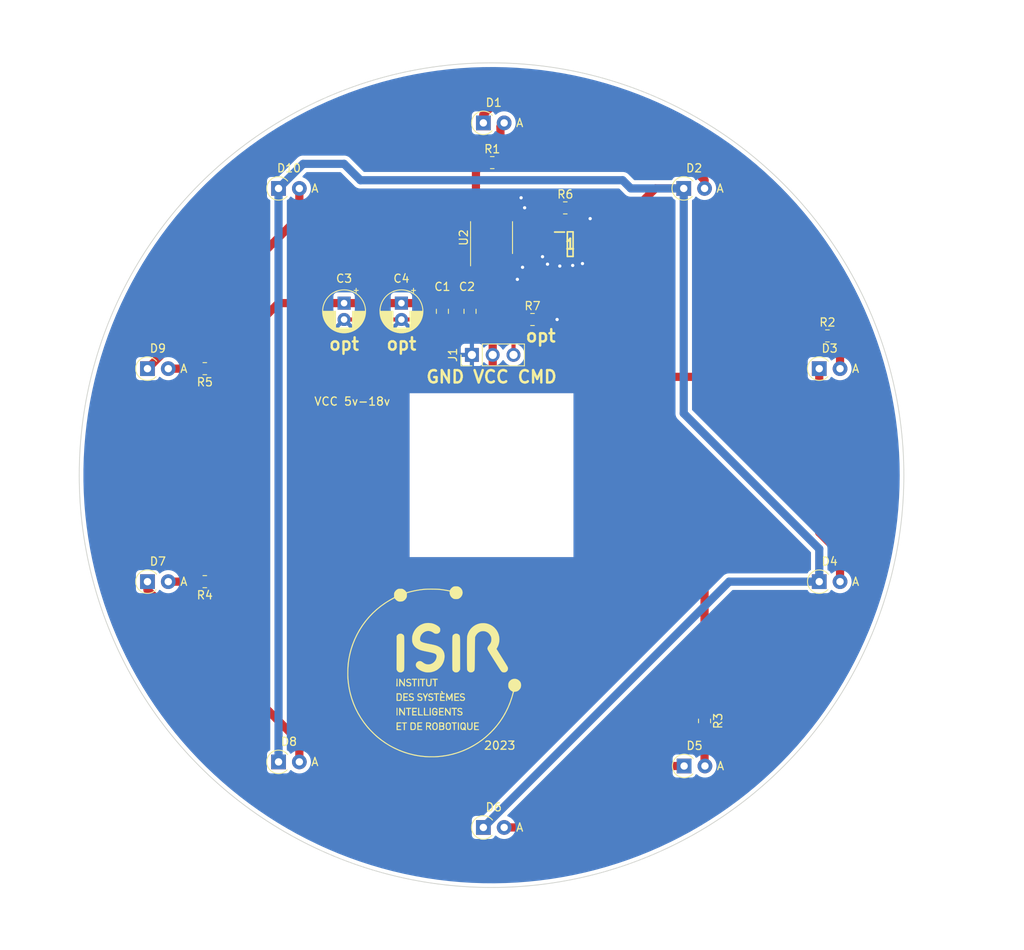
<source format=kicad_pcb>
(kicad_pcb (version 20211014) (generator pcbnew)
  (layers (0 "F.Cu" signal) (31 "B.Cu" signal) (34 "B.Paste" user) (35 "F.Paste" user) (36 "B.SilkS" user "B.Silkscreen") (37 "F.SilkS" user "F.Silkscreen") (38 "B.Mask" user) (39 "F.Mask" user) (44 "Edge.Cuts" user))
  (net 0 "")
  (net 1 "VCC")
  (net 2 "GND")
  (net 3 "Net-(R6-Pad1)")
  (net 4 "Net-(D1-Pad1)")
  (net 5 "Net-(D3-Pad1)")
  (net 7 "Net-(D3-Pad2)")
  (net 8 "Net-(D5-Pad1)")
  (net 9 "Net-(D5-Pad2)")
  (net 10 "Net-(D7-Pad1)")
  (net 11 "Net-(D7-Pad2)")
  (net 12 "Net-(D10-Pad2)")
  (net 13 "Net-(D9-Pad2)")
  (net 14 "Net-(J1-Pad3)")
  (net 15 "Net-(D10-Pad1)")
  (net 16 "Net-(D1-Pad2)")
  (footprint "Resistor_SMD:R_0805_2012Metric_Pad1.20x1.40mm_HandSolder" (layer "F.Cu") (at 130.0856 61.8492)
    (fp_text reference "R1" (at 0 -1.65) (layer "F.SilkS"))
    (fp_text value "36")
    (pad "1" smd roundrect (at -1 0) (size 1.2 1.4) (layers "F.Cu" "F.Paste" "F.Mask") (roundrect_rratio 0.2083333333) (net 1 "VCC"))
    (pad "2" smd roundrect (at 1 0) (size 1.2 1.4) (layers "F.Cu" "F.Paste" "F.Mask") (roundrect_rratio 0.2083333333) (net 16 "Net-(D1-Pad2)"))
  )
  (footprint "Diode_THT:D_A-405_P2.54mm_Vertical_AnodeUp" (layer "F.Cu") (at 104 135)
    (fp_text reference "D8" (at 1.27 -2.47) (layer "F.SilkS"))
    (fp_text value "LED")
    (fp_text user "A" (at 4.44 0) (layer "F.SilkS"))
    (pad "1" thru_hole rect (at 0 0) (size 1.8 1.8) (drill 0.9) (layers *.Cu *.Mask) (net 15 "Net-(D10-Pad1)"))
    (pad "2" thru_hole oval (at 2.54 0) (size 1.8 1.8) (drill 0.9) (layers *.Cu *.Mask) (net 10 "Net-(D7-Pad1)"))
  )
  (footprint "Diode_THT:D_A-405_P2.54mm_Vertical_AnodeUp" (layer "F.Cu") (at 129 57)
    (fp_text reference "D1" (at 1.27 -2.47) (layer "F.SilkS"))
    (fp_text value "LED")
    (fp_text user "A" (at 4.44 0) (layer "F.SilkS"))
    (pad "1" thru_hole rect (at 0 0) (size 1.8 1.8) (drill 0.9) (layers *.Cu *.Mask) (net 4 "Net-(D1-Pad1)"))
    (pad "2" thru_hole oval (at 2.54 0) (size 1.8 1.8) (drill 0.9) (layers *.Cu *.Mask) (net 16 "Net-(D1-Pad2)"))
  )
  (footprint "Resistor_SMD:R_0805_2012Metric_Pad1.20x1.40mm_HandSolder" (layer "F.Cu") (at 156 130 -90)
    (fp_text reference "R3" (at 0 -1.65 90) (layer "F.SilkS"))
    (fp_text value "36")
    (pad "1" smd roundrect (at -1 0 270) (size 1.2 1.4) (layers "F.Cu" "F.Paste" "F.Mask") (roundrect_rratio 0.2083333333) (net 1 "VCC"))
    (pad "2" smd roundrect (at 1 0 270) (size 1.2 1.4) (layers "F.Cu" "F.Paste" "F.Mask") (roundrect_rratio 0.2083333333) (net 9 "Net-(D5-Pad2)"))
  )
  (footprint "Diode_THT:D_A-405_P2.54mm_Vertical_AnodeUp" (layer "F.Cu") (at 88 113)
    (fp_text reference "D7" (at 1.27 -2.47) (layer "F.SilkS"))
    (fp_text value "LED")
    (fp_text user "A" (at 4.44 0) (layer "F.SilkS"))
    (pad "1" thru_hole rect (at 0 0) (size 1.8 1.8) (drill 0.9) (layers *.Cu *.Mask) (net 10 "Net-(D7-Pad1)"))
    (pad "2" thru_hole oval (at 2.54 0) (size 1.8 1.8) (drill 0.9) (layers *.Cu *.Mask) (net 11 "Net-(D7-Pad2)"))
  )
  (footprint "Resistor_SMD:R_0805_2012Metric_Pad1.20x1.40mm_HandSolder" (layer "F.Cu") (at 95 113 180)
    (fp_text reference "R4" (at 0 -1.65) (layer "F.SilkS"))
    (fp_text value "36")
    (pad "1" smd roundrect (at -1 0 180) (size 1.2 1.4) (layers "F.Cu" "F.Paste" "F.Mask") (roundrect_rratio 0.2083333333) (net 1 "VCC"))
    (pad "2" smd roundrect (at 1 0 180) (size 1.2 1.4) (layers "F.Cu" "F.Paste" "F.Mask") (roundrect_rratio 0.2083333333) (net 11 "Net-(D7-Pad2)"))
  )
  (footprint "Diode_THT:D_A-405_P2.54mm_Vertical_AnodeUp" (layer "F.Cu") (at 153.508239 135.5)
    (fp_text reference "D5" (at 1.27 -2.47) (layer "F.SilkS"))
    (fp_text value "LED")
    (fp_text user "A" (at 4.44 0) (layer "F.SilkS"))
    (pad "1" thru_hole rect (at 0 0) (size 1.8 1.8) (drill 0.9) (layers *.Cu *.Mask) (net 8 "Net-(D5-Pad1)"))
    (pad "2" thru_hole oval (at 2.54 0) (size 1.8 1.8) (drill 0.9) (layers *.Cu *.Mask) (net 9 "Net-(D5-Pad2)"))
  )
  (footprint "Capacitor_THT:CP_Radial_D5.0mm_P2.00mm" (layer "F.Cu") (at 112 79 -90)
    (fp_text reference "C3" (at -3 0 180) (layer "F.SilkS"))
    (fp_text value "1uF")
    (pad "1" thru_hole rect (at 0 0 270) (size 1.6 1.6) (drill 0.8) (layers *.Cu *.Mask) (net 1 "VCC"))
    (pad "2" thru_hole circle (at 2 0 270) (size 1.6 1.6) (drill 0.8) (layers *.Cu *.Mask) (net 2 "GND"))
  )
  (footprint "Diode_THT:D_A-405_P2.54mm_Vertical_AnodeUp" (layer "F.Cu") (at 129 143)
    (fp_text reference "D6" (at 1.27 -2.47) (layer "F.SilkS"))
    (fp_text value "LED")
    (fp_text user "A" (at 4.44 0) (layer "F.SilkS"))
    (pad "1" thru_hole rect (at 0 0) (size 1.8 1.8) (drill 0.9) (layers *.Cu *.Mask) (net 15 "Net-(D10-Pad1)"))
    (pad "2" thru_hole oval (at 2.54 0) (size 1.8 1.8) (drill 0.9) (layers *.Cu *.Mask) (net 8 "Net-(D5-Pad1)"))
  )
  (footprint "Resistor_SMD:R_0805_2012Metric_Pad1.20x1.40mm_HandSolder" (layer "F.Cu") (at 135 81)
    (fp_text reference "R7" (at 0 -1.65) (layer "F.SilkS"))
    (fp_text value "47k")
    (pad "1" smd roundrect (at -1 0) (size 1.2 1.4) (layers "F.Cu" "F.Paste" "F.Mask") (roundrect_rratio 0.2083333333) (net 14 "Net-(J1-Pad3)"))
    (pad "2" smd roundrect (at 1 0) (size 1.2 1.4) (layers "F.Cu" "F.Paste" "F.Mask") (roundrect_rratio 0.2083333333) (net 2 "GND"))
  )
  (footprint "Resistor_SMD:R_0805_2012Metric_Pad1.20x1.40mm_HandSolder" (layer "F.Cu") (at 95 87 180)
    (fp_text reference "R5" (at 0 -1.65) (layer "F.SilkS"))
    (fp_text value "36")
    (pad "1" smd roundrect (at -1 0 180) (size 1.2 1.4) (layers "F.Cu" "F.Paste" "F.Mask") (roundrect_rratio 0.2083333333) (net 1 "VCC"))
    (pad "2" smd roundrect (at 1 0 180) (size 1.2 1.4) (layers "F.Cu" "F.Paste" "F.Mask") (roundrect_rratio 0.2083333333) (net 13 "Net-(D9-Pad2)"))
  )
  (footprint "Package_SO:SOIC-8_3.9x4.9mm_P1.27mm" (layer "F.Cu") (at 130 71 90)
    (fp_text reference "U2" (at 0 -3.4 90) (layer "F.SilkS"))
    (fp_text value "mcp1407")
    (pad "1" smd roundrect (at -2.475 -1.905 90) (size 1.95 0.6) (layers "F.Cu" "F.Paste" "F.Mask") (net 1 "VCC"))
    (pad "2" smd roundrect (at -2.475 -0.635 90) (size 1.95 0.6) (layers "F.Cu" "F.Paste" "F.Mask") (net 14 "Net-(J1-Pad3)"))
    (pad "3" smd roundrect (at -2.475 0.635 90) (size 1.95 0.6) (layers "F.Cu" "F.Paste" "F.Mask"))
    (pad "4" smd roundrect (at -2.475 1.905 90) (size 1.95 0.6) (layers "F.Cu" "F.Paste" "F.Mask") (net 2 "GND"))
    (pad "5" smd roundrect (at 2.475 1.905 90) (size 1.95 0.6) (layers "F.Cu" "F.Paste" "F.Mask") (net 2 "GND"))
    (pad "6" smd roundrect (at 2.475 0.635 90) (size 1.95 0.6) (layers "F.Cu" "F.Paste" "F.Mask") (net 3 "Net-(R6-Pad1)"))
    (pad "7" smd roundrect (at 2.475 -0.635 90) (size 1.95 0.6) (layers "F.Cu" "F.Paste" "F.Mask") (net 3 "Net-(R6-Pad1)"))
    (pad "8" smd roundrect (at 2.475 -1.905 90) (size 1.95 0.6) (layers "F.Cu" "F.Paste" "F.Mask") (net 1 "VCC"))
  )
  (footprint "Diode_THT:D_A-405_P2.54mm_Vertical_AnodeUp" (layer "F.Cu") (at 104 65)
    (fp_text reference "D10" (at 1.27 -2.47) (layer "F.SilkS"))
    (fp_text value "LED")
    (fp_text user "A" (at 4.44 0) (layer "F.SilkS"))
    (pad "1" thru_hole rect (at 0 0) (size 1.8 1.8) (drill 0.9) (layers *.Cu *.Mask) (net 15 "Net-(D10-Pad1)"))
    (pad "2" thru_hole oval (at 2.54 0) (size 1.8 1.8) (drill 0.9) (layers *.Cu *.Mask) (net 12 "Net-(D10-Pad2)"))
  )
  (footprint "Connector_PinHeader_2.54mm:PinHeader_1x03_P2.54mm_Vertical" (layer "F.Cu") (at 127.602 85.3188 90)
    (fp_text reference "J1" (at 0 -2.33 90) (layer "F.SilkS"))
    (fp_text value "Conn_01x03_Male" hide)
    (pad "1" thru_hole rect (at 0 0 90) (size 1.7 1.7) (drill 1) (layers *.Cu *.Mask) (net 2 "GND"))
    (pad "2" thru_hole oval (at 0 2.54 90) (size 1.7 1.7) (drill 1) (layers *.Cu *.Mask) (net 1 "VCC"))
    (pad "3" thru_hole oval (at 0 5.08 90) (size 1.7 1.7) (drill 1) (layers *.Cu *.Mask) (net 14 "Net-(J1-Pad3)"))
  )
  (footprint "Capacitor_SMD:C_0805_2012Metric_Pad1.18x1.45mm_HandSolder" (layer "F.Cu") (at 124 80 -90)
    (fp_text reference "C1" (at -3 0 180) (layer "F.SilkS"))
    (fp_text value "1uF")
    (pad "1" smd roundrect (at -1.0375 0 270) (size 1.175 1.45) (layers "F.Cu" "F.Paste" "F.Mask") (roundrect_rratio 0.2127659574) (net 1 "VCC"))
    (pad "2" smd roundrect (at 1.0375 0 270) (size 1.175 1.45) (layers "F.Cu" "F.Paste" "F.Mask") (roundrect_rratio 0.2127659574) (net 2 "GND"))
  )
  (footprint "Footprints:SOT95P285X135-3N" (layer "F.Cu") (at 139.6 71.8)
    (fp_text reference "1" (at 0 0) (layer "F.SilkS") (effects (font (size 1.27 1.27) (thickness 0.254))))
    (fp_text value "BSR802NL6327HTSA1" hide)
    (pad "1" smd rect (at -1.3 -0.95 90) (size 0.55 1.2) (layers "F.Cu" "F.Paste" "F.Mask") (net 3 "Net-(R6-Pad1)"))
    (pad "2" smd rect (at -1.3 0.95 90) (size 0.55 1.2) (layers "F.Cu" "F.Paste" "F.Mask") (net 2 "GND"))
    (pad "3" smd rect (at 1.3 0 90) (size 0.55 1.2) (layers "F.Cu" "F.Paste" "F.Mask") (net 15 "Net-(D10-Pad1)"))
  )
  (footprint "Capacitor_THT:CP_Radial_D5.0mm_P2.00mm" (layer "F.Cu") (at 119 79 -90)
    (fp_text reference "C4" (at -3 0 180) (layer "F.SilkS"))
    (fp_text value "0.1uF")
    (pad "1" thru_hole rect (at 0 0 270) (size 1.6 1.6) (drill 0.8) (layers *.Cu *.Mask) (net 1 "VCC"))
    (pad "2" thru_hole circle (at 2 0 270) (size 1.6 1.6) (drill 0.8) (layers *.Cu *.Mask) (net 2 "GND"))
  )
  (footprint "Diode_THT:D_A-405_P2.54mm_Vertical_AnodeUp" (layer "F.Cu") (at 88 87)
    (fp_text reference "D9" (at 1.27 -2.47) (layer "F.SilkS"))
    (fp_text value "LED")
    (fp_text user "A" (at 4.44 0) (layer "F.SilkS"))
    (pad "1" thru_hole rect (at 0 0) (size 1.8 1.8) (drill 0.9) (layers *.Cu *.Mask) (net 12 "Net-(D10-Pad2)"))
    (pad "2" thru_hole oval (at 2.54 0) (size 1.8 1.8) (drill 0.9) (layers *.Cu *.Mask) (net 13 "Net-(D9-Pad2)"))
  )
  (footprint "Resistor_SMD:R_0805_2012Metric_Pad1.20x1.40mm_HandSolder" (layer "F.Cu") (at 139 67.375)
    (fp_text reference "R6" (at 0 -1.65) (layer "F.SilkS"))
    (fp_text value "100K")
    (pad "1" smd roundrect (at -1 0) (size 1.2 1.4) (layers "F.Cu" "F.Paste" "F.Mask") (roundrect_rratio 0.2083333333) (net 3 "Net-(R6-Pad1)"))
    (pad "2" smd roundrect (at 1 0) (size 1.2 1.4) (layers "F.Cu" "F.Paste" "F.Mask") (roundrect_rratio 0.2083333333) (net 2 "GND"))
  )
  (footprint "MountingHole:MountingHole_3.2mm_M3" (layer "F.Cu") (at 130 100)
    (fp_text reference "REF**" hide)
    (fp_text value "MountingHole_3.2mm_M3" hide)
    (pad "" np_thru_hole circle (at 0 0) (size 3.2 3.2) (drill 3.2) (layers *.Cu *.Mask))
  )
  (footprint "Diode_THT:D_A-405_P2.54mm_Vertical_AnodeUp" (layer "F.Cu") (at 153.46 65)
    (fp_text reference "D2" (at 1.27 -2.47) (layer "F.SilkS"))
    (fp_text value "LED")
    (fp_text user "A" (at 4.44 0) (layer "F.SilkS"))
    (pad "1" thru_hole rect (at 0 0) (size 1.8 1.8) (drill 0.9) (layers *.Cu *.Mask) (net 15 "Net-(D10-Pad1)"))
    (pad "2" thru_hole oval (at 2.54 0) (size 1.8 1.8) (drill 0.9) (layers *.Cu *.Mask) (net 4 "Net-(D1-Pad1)"))
  )
  (footprint "Resistor_SMD:R_0805_2012Metric_Pad1.20x1.40mm_HandSolder" (layer "F.Cu") (at 171 83)
    (fp_text reference "R2" (at 0 -1.65) (layer "F.SilkS"))
    (fp_text value "36")
    (pad "1" smd roundrect (at -1 0) (size 1.2 1.4) (layers "F.Cu" "F.Paste" "F.Mask") (roundrect_rratio 0.2083333333) (net 1 "VCC"))
    (pad "2" smd roundrect (at 1 0) (size 1.2 1.4) (layers "F.Cu" "F.Paste" "F.Mask") (roundrect_rratio 0.2083333333) (net 7 "Net-(D3-Pad2)"))
  )
  (footprint "Footprints:logo_isir" (layer "F.Cu") (at 123 124)
    (fp_text reference "G***" hide)
    (fp_text value "LOGO" hide)
  )
  (footprint "Diode_THT:D_A-405_P2.54mm_Vertical_AnodeUp" (layer "F.Cu") (at 170 113)
    (fp_text reference "D4" (at 1.27 -2.47) (layer "F.SilkS"))
    (fp_text value "LED")
    (fp_text user "A" (at 4.44 0) (layer "F.SilkS"))
    (pad "1" thru_hole rect (at 0 0) (size 1.8 1.8) (drill 0.9) (layers *.Cu *.Mask) (net 15 "Net-(D10-Pad1)"))
    (pad "2" thru_hole oval (at 2.54 0) (size 1.8 1.8) (drill 0.9) (layers *.Cu *.Mask) (net 5 "Net-(D3-Pad1)"))
  )
  (footprint "Capacitor_SMD:C_0805_2012Metric_Pad1.18x1.45mm_HandSolder" (layer "F.Cu") (at 127.375 80 -90)
    (fp_text reference "C2" (at -3 0.375 180) (layer "F.SilkS"))
    (fp_text value "0.1uF")
    (pad "1" smd roundrect (at -1.0375 0 270) (size 1.175 1.45) (layers "F.Cu" "F.Paste" "F.Mask") (roundrect_rratio 0.2127659574) (net 1 "VCC"))
    (pad "2" smd roundrect (at 1.0375 0 270) (size 1.175 1.45) (layers "F.Cu" "F.Paste" "F.Mask") (roundrect_rratio 0.2127659574) (net 2 "GND"))
  )
  (footprint "Diode_THT:D_A-405_P2.54mm_Vertical_AnodeUp" (layer "F.Cu") (at 170 87)
    (fp_text reference "D3" (at 1.27 -2.47) (layer "F.SilkS"))
    (fp_text value "LED")
    (fp_text user "A" (at 4.44 0) (layer "F.SilkS"))
    (pad "1" thru_hole rect (at 0 0) (size 1.8 1.8) (drill 0.9) (layers *.Cu *.Mask) (net 5 "Net-(D3-Pad1)"))
    (pad "2" thru_hole oval (at 2.54 0) (size 1.8 1.8) (drill 0.9) (layers *.Cu *.Mask) (net 7 "Net-(D3-Pad2)"))
  )
  (gr_circle (center 130 100) (end 177 82) (layer "Edge.Cuts") (width 0.1) (fill none))
  (gr_text "VCC 5v-18v" (at 113 91) (layer "F.SilkS") (effects (font (size 1 1))))
  (gr_text "2023\n" (at 131 133) (layer "F.SilkS") (effects (font (size 1 1))))
  (gr_text "opt" (at 119 83.9888) (layer "F.SilkS") (effects (font (size 1.5 1.5) (thickness 0.3))))
  (gr_text "opt" (at 136 83) (layer "F.SilkS") (effects (font (size 1.5 1.5) (thickness 0.3))))
  (gr_text "GND VCC CMD" (at 130 88) (layer "F.SilkS") (effects (font (size 1.5 1.5) (thickness 0.3))))
  (gr_text "opt" (at 112 84) (layer "F.SilkS") (effects (font (size 1.5 1.5) (thickness 0.3))))
  (segment (start 119 79) (end 112 79) (width 1) (layer "F.Cu") (net 1))
  (segment (start 128.7554 79.045) (end 130.142 80.4316) (width 1) (layer "F.Cu") (net 1))
  (segment (start 122.0375 78.9625) (end 122 79) (width 1) (layer "F.Cu") (net 1))
  (segment (start 127.456003 78.9625) (end 127.375 78.9625) (width 1) (layer "F.Cu") (net 1))
  (segment (start 138 88) (end 141 88) (width 1) (layer "F.Cu") (net 1))
  (segment (start 127.375 75.32) (end 127.375 74.8452) (width 1) (layer "F.Cu") (net 1))
  (segment (start 127.538503 79.045) (end 128.7554 79.045) (width 1) (layer "F.Cu") (net 1))
  (segment (start 165 88) (end 170 83) (width 1) (layer "F.Cu") (net 1))
  (segment (start 96 87) (end 96 113) (width 1) (layer "F.Cu") (net 1))
  (segment (start 128.095 74.6) (end 128.095 73.475) (width 1) (layer "F.Cu") (net 1))
  (segment (start 122 79) (end 119 79) (width 1) (layer "F.Cu") (net 1))
  (segment (start 141 88) (end 165 88) (width 1) (layer "F.Cu") (net 1))
  (segment (start 127.375 78.9625) (end 127.375 75.32) (width 1) (layer "F.Cu") (net 1))
  (segment (start 156 103) (end 156 129) (width 1) (layer "F.Cu") (net 1))
  (segment (start 127.375 74.8452) (end 126.698 74.1682) (width 1) (layer "F.Cu") (net 1))
  (segment (start 128.095 62.8398) (end 129.0856 61.8492) (width 1) (layer "F.Cu") (net 1))
  (segment (start 141 88) (end 156 103) (width 1) (layer "F.Cu") (net 1))
  (segment (start 112 79) (end 104 79) (width 1) (layer "F.Cu") (net 1))
  (segment (start 130.142 85.3188) (end 130.142 87.142) (width 1) (layer "F.Cu") (net 1))
  (segment (start 104 79) (end 96 87) (width 1) (layer "F.Cu") (net 1))
  (segment (start 127.375 75.32) (end 128.095 74.6) (width 1) (layer "F.Cu") (net 1))
  (segment (start 126.698 74.1682) (end 126.698 68.797) (width 1) (layer "F.Cu") (net 1))
  (segment (start 127.375 78.9625) (end 122.0375 78.9625) (width 1) (layer "F.Cu") (net 1))
  (segment (start 128.095 67.4) (end 128.095 68.525) (width 1) (layer "F.Cu") (net 1))
  (segment (start 126.698 68.797) (end 128.095 67.4) (width 1) (layer "F.Cu") (net 1))
  (segment (start 127.456003 78.9625) (end 127.538503 79.045) (width 1) (layer "F.Cu") (net 1))
  (segment (start 131 88) (end 138 88) (width 1) (layer "F.Cu") (net 1))
  (segment (start 130.142 87.142) (end 131 88) (width 1) (layer "F.Cu") (net 1))
  (segment (start 130.142 80.4316) (end 130.142 85.3188) (width 1) (layer "F.Cu") (net 1))
  (segment (start 128.095 67.4) (end 128.095 62.8398) (width 1) (layer "F.Cu") (net 1))
  (segment (start 131.905 74.854) (end 133.1496 76.0986) (width 0.5) (layer "F.Cu") (net 2))
  (segment (start 131.905 67.4) (end 131.905 68.525) (width 0.5) (layer "F.Cu") (net 2))
  (segment (start 140 67.375) (end 140.7278 67.375) (width 0.5) (layer "F.Cu") (net 2))
  (segment (start 127.3375 81) (end 119 81) (width 0.5) (layer "F.Cu") (net 2))
  (segment (start 131.905 74.6) (end 131.905 73.475) (width 0.5) (layer "F.Cu") (net 2))
  (segment (start 138.2309 74.3777) (end 138.3302 74.477) (width 0.5) (layer "F.Cu") (net 2))
  (segment (start 131.905 67.4) (end 132.3486 67.4) (width 0.5) (layer "F.Cu") (net 2))
  (segment (start 138.2309 72.7854) (end 138.2309 74.3777) (width 0.5) (layer "F.Cu") (net 2))
  (segment (start 132.3486 67.4) (end 133.6068 66.1418) (width 0.5) (layer "F.Cu") (net 2))
  (segment (start 138.2309 72.8491) (end 136.8316 74.2484) (width 0.5) (layer "F.Cu") (net 2))
  (segment (start 131.905 74.6) (end 131.905 74.854) (width 0.5) (layer "F.Cu") (net 2))
  (segment (start 136.7706 72.7854) (end 136.222 73.334) (width 0.5) (layer "F.Cu") (net 2))
  (segment (start 131.905 67.4) (end 133.9996 67.4) (width 0.5) (layer "F.Cu") (net 2))
  (segment (start 138.2309 72.7854) (end 139.712 72.7854) (width 0.5) (layer "F.Cu") (net 2))
  (segment (start 127.375 81.0375) (end 127.3375 81) (width 0.5) (layer "F.Cu") (net 2))
  (segment (start 136 81) (end 138 81) (width 0.5) (layer "F.Cu") (net 2))
  (segment (start 140.7278 67.375) (end 142.0386 68.6858) (width 0.5) (layer "F.Cu") (net 2))
  (segment (start 139.712 72.7854) (end 141.0988 74.1722) (width 0.5) (layer "F.Cu") (net 2))
  (segment (start 138.2309 72.7854) (end 138.2309 72.8491) (width 0.5) (layer "F.Cu") (net 2))
  (segment (start 138.2309 72.7854) (end 138.2896 72.7854) (width 0.5) (layer "F.Cu") (net 2))
  (segment (start 131.905 74.6) (end 133.7592 74.6) (width 0.5) (layer "F.Cu") (net 2))
  (segment (start 138.2896 72.7854) (end 139.905 74.4008) (width 0.5) (layer "F.Cu") (net 2))
  (segment (start 133.7592 74.6) (end 133.7846 74.6254) (width 0.5) (layer "F.Cu") (net 2))
  (segment (start 138.2309 72.7854) (end 136.7706 72.7854) (width 0.5) (layer "F.Cu") (net 2))
  (segment (start 119 81) (end 112 81) (width 0.5) (layer "F.Cu") (net 2))
  (segment (start 133.9996 67.4) (end 134.0386 67.361) (width 0.5) (layer "F.Cu") (net 2))
  (via (at 134.0386 67.361) (size 0.8) (drill 0.4) (layers "F.Cu" "B.Cu") (net 2))
  (via (at 139.905 74.4008) (size 0.8) (drill 0.4) (layers "F.Cu" "B.Cu") (net 2))
  (via (at 142.0386 68.6858) (size 0.8) (drill 0.4) (layers "F.Cu" "B.Cu") (net 2))
  (via (at 133.1496 76.0986) (size 0.8) (drill 0.4) (layers "F.Cu" "B.Cu") (net 2))
  (via (at 133.6068 66.1418) (size 0.8) (drill 0.4) (layers "F.Cu" "B.Cu") (net 2))
  (via (at 133.7846 74.6254) (size 0.8) (drill 0.4) (layers "F.Cu" "B.Cu") (net 2))
  (via (at 136.8316 74.2484) (size 0.8) (drill 0.4) (layers "F.Cu" "B.Cu") (net 2))
  (via (at 141.0988 74.1722) (size 0.8) (drill 0.4) (layers "F.Cu" "B.Cu") (net 2))
  (via (at 138.3302 74.477) (size 0.8) (drill 0.4) (layers "F.Cu" "B.Cu") (net 2))
  (via (at 138 81) (size 0.8) (drill 0.4) (layers "F.Cu" "B.Cu") (net 2))
  (via (at 136.222 73.334) (size 0.8) (drill 0.4) (layers "F.Cu" "B.Cu") (net 2))
  (segment (start 135.2918 65.2918) (end 137.375 67.375) (width 0.5) (layer "F.Cu") (net 3))
  (segment (start 129.365 68.525) (end 130.635 68.525) (width 0.5) (layer "F.Cu") (net 3))
  (segment (start 130.635 68.525) (end 130.635 67.021472) (width 0.5) (layer "F.Cu") (net 3))
  (segment (start 132.364672 65.2918) (end 135.2918 65.2918) (width 0.5) (layer "F.Cu") (net 3))
  (segment (start 130.635 67.021472) (end 132.364672 65.2918) (width 0.5) (layer "F.Cu") (net 3))
  (segment (start 137.375 67.375) (end 138.3 68.3) (width 0.5) (layer "F.Cu") (net 3))
  (segment (start 138.3 68.3) (end 138.3 70.85) (width 0.5) (layer "F.Cu") (net 3))
  (segment (start 138 67.375) (end 137.375 67.375) (width 0.5) (layer "F.Cu") (net 3))
  (segment (start 151 59) (end 156 64) (width 1) (layer "F.Cu") (net 4))
  (segment (start 138 54) (end 143 59) (width 1) (layer "F.Cu") (net 4))
  (segment (start 129 56) (end 131 54) (width 1) (layer "F.Cu") (net 4))
  (segment (start 131 54) (end 138 54) (width 1) (layer "F.Cu") (net 4))
  (segment (start 156 64) (end 156 65) (width 1) (layer "F.Cu") (net 4))
  (segment (start 129 57) (end 129 56) (width 1) (layer "F.Cu") (net 4))
  (segment (start 143 59) (end 151 59) (width 1) (layer "F.Cu") (net 4))
  (segment (start 170 87) (end 170 107) (width 1) (layer "F.Cu") (net 5))
  (segment (start 170 107) (end 172.54 109.54) (width 1) (layer "F.Cu") (net 5))
  (segment (start 172.54 109.54) (end 172.54 113) (width 1) (layer "F.Cu") (net 5))
  (segment (start 172.54 87) (end 172.54 83.54) (width 1) (layer "F.Cu") (net 7))
  (segment (start 172.54 83.54) (end 172 83) (width 1) (layer "F.Cu") (net 7))
  (segment (start 147.5 135.5) (end 140 143) (width 1) (layer "F.Cu") (net 8))
  (segment (start 153.508239 135.5) (end 147.5 135.5) (width 1) (layer "F.Cu") (net 8))
  (segment (start 140 143) (end 131.54 143) (width 1) (layer "F.Cu") (net 8))
  (segment (start 156 135.451761) (end 156.048239 135.5) (width 1) (layer "F.Cu") (net 9))
  (segment (start 156 131) (end 156 135.451761) (width 1) (layer "F.Cu") (net 9))
  (segment (start 88 114) (end 106.54 132.54) (width 1) (layer "F.Cu") (net 10))
  (segment (start 88 113) (end 88 114) (width 1) (layer "F.Cu") (net 10))
  (segment (start 106.54 132.54) (end 106.54 135) (width 1) (layer "F.Cu") (net 10))
  (segment (start 94 113) (end 90.54 113) (width 1) (layer "F.Cu") (net 11))
  (segment (start 106.54 68.46) (end 106.54 65) (width 1) (layer "F.Cu") (net 12))
  (segment (start 88 87) (end 106.54 68.46) (width 1) (layer "F.Cu") (net 12))
  (segment (start 94 87) (end 90.54 87) (width 1) (layer "F.Cu") (net 13))
  (segment (start 132.682 83.0986) (end 131.524 81.9406) (width 0.5) (layer "F.Cu") (net 14))
  (segment (start 132.682 82.318) (end 134 81) (width 0.5) (layer "F.Cu") (net 14))
  (segment (start 132.682 85.3188) (end 132.682 83.0986) (width 0.5) (layer "F.Cu") (net 14))
  (segment (start 132.682 83.0986) (end 132.682 82.318) (width 0.5) (layer "F.Cu") (net 14))
  (segment (start 129.365 76.8606) (end 129.365 73.475) (width 0.5) (layer "F.Cu") (net 14))
  (segment (start 131.524 81.9406) (end 131.524 79.0196) (width 0.5) (layer "F.Cu") (net 14))
  (segment (start 131.524 79.0196) (end 129.365 76.8606) (width 0.5) (layer "F.Cu") (net 14))
  (segment (start 143.1646 71.8354) (end 143.1292 71.8) (width 1) (layer "F.Cu") (net 15))
  (segment (start 143.1292 71.8) (end 140.9 71.8) (width 1) (layer "F.Cu") (net 15))
  (segment (start 150 65) (end 143.1646 71.8354) (width 1) (layer "F.Cu") (net 15))
  (segment (start 150 65) (end 153.46 65) (width 1) (layer "F.Cu") (net 15))
  (segment (start 153.46 92.46) (end 170 109) (width 1) (layer "B.Cu") (net 15))
  (segment (start 159 113) (end 129 143) (width 1) (layer "B.Cu") (net 15))
  (segment (start 170 113) (end 159 113) (width 1) (layer "B.Cu") (net 15))
  (segment (start 153.46 65) (end 153.46 92.46) (width 1) (layer "B.Cu") (net 15))
  (segment (start 107 62) (end 104 65) (width 1) (layer "B.Cu") (net 15))
  (segment (start 147 65) (end 146 64) (width 1) (layer "B.Cu") (net 15))
  (segment (start 146 64) (end 114 64) (width 1) (layer "B.Cu") (net 15))
  (segment (start 170 109) (end 170 113) (width 1) (layer "B.Cu") (net 15))
  (segment (start 114 64) (end 112 62) (width 1) (layer "B.Cu") (net 15))
  (segment (start 104 135) (end 104 65) (width 1) (layer "B.Cu") (net 15))
  (segment (start 153.46 65) (end 147 65) (width 1) (layer "B.Cu") (net 15))
  (segment (start 112 62) (end 107 62) (width 1) (layer "B.Cu") (net 15))
  (segment (start 131.0856 61.8492) (end 131.0856 57.4544) (width 1) (layer "F.Cu") (net 16))
  (segment (start 131.0856 57.4544) (end 131.54 57) (width 1) (layer "F.Cu") (net 16))
  (zone (net 0) (net_name "") (layers F&B.Cu "Edge.Cuts") (connect_pads (clearance 0)) (min_thickness 0.254)
    (keepout (tracks not_allowed) (vias not_allowed) (pads allowed) (copperpour not_allowed) (footprints allowed))
    (fill (thermal_gap 0.508) (thermal_bridge_width 0.508))
    (polygon (pts (xy 140 110) (xy 120 110) (xy 120 90) (xy 140 90)))
  )
  (zone (net 2) (net_name "GND") (layer "B.Cu") (connect_pads (clearance 0.508)) (min_thickness 0.254) (fill yes (thermal_gap 0.508) (thermal_bridge_width 0.508))
    (polygon (pts (xy 195 158) (xy 70 158) (xy 70 42) (xy 195 42)))
  )
)
</source>
